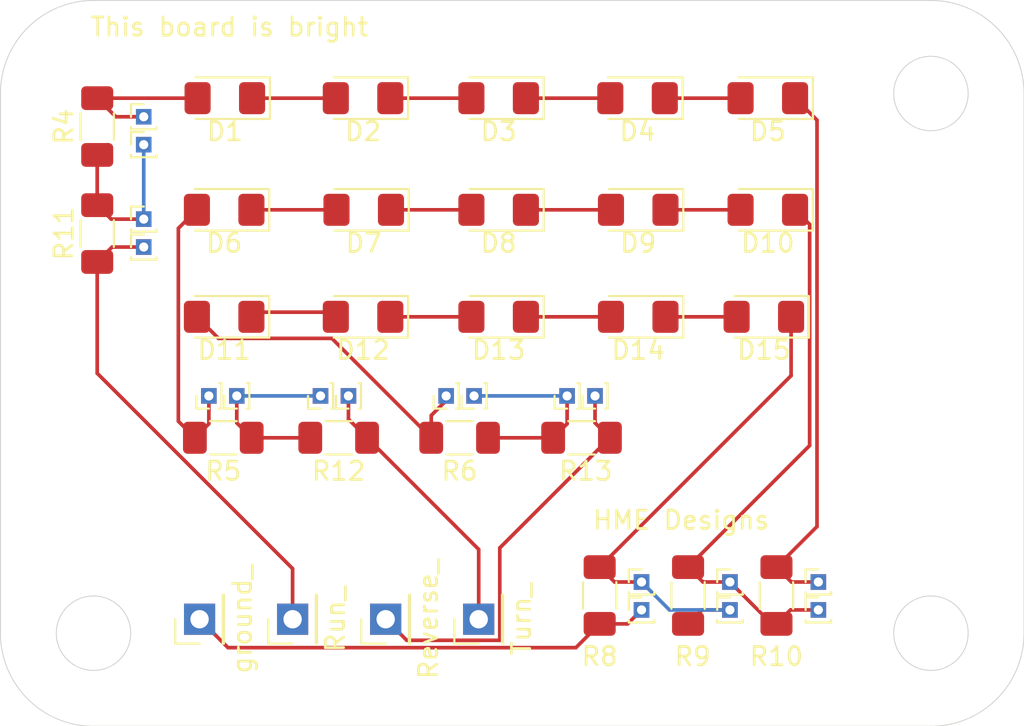
<source format=kicad_pcb>
(kicad_pcb (version 20241229) (generator "pcbnew") (generator_version "9.0")
  (title_block (title "Automotive Indicator Lights") (rev "0.0") (company "HME Engineering"))
  (layers (0 "F.Cu" signal) (2 "B.Cu" signal) (13 "F.Paste" user) (15 "B.Paste" user) (5 "F.SilkS" user "F.Silkscreen") (7 "B.SilkS" user "B.Silkscreen") (1 "F.Mask" user) (3 "B.Mask" user) (25 "Edge.Cuts" user))
  (net 0 "")
  (net 1 "Net-(D1-K)")
  (net 2 "Net-(D2-K)")
  (net 3 "Net-(D3-K)")
  (net 4 "Net-(D4-K)")
  (net 5 "Net-(D10-K)")
  (net 6 "Net-(D6-K)")
  (net 7 "Net-(D7-K)")
  (net 8 "Net-(D8-K)")
  (net 9 "Net-(D10-A)")
  (net 10 "Net-(D11-K)")
  (net 11 "Net-(D12-K)")
  (net 12 "Net-(D13-K)")
  (net 13 "Net-(D14-K)")
  (net 14 "Net-(D1-A)")
  (net 15 "Net-(D5-K)")
  (net 16 "Net-(D6-A)")
  (net 17 "Net-(D11-A)")
  (net 18 "Net-(D15-K)")
  (net 19 "Net-(R11-Pad2)")
  (net 20 "Net-(R12-Pad2)")
  (net 21 "Net-(R13-Pad2)")
  (net 22 "Net-(J13-Pin_1)")
  (net 23 "Net-(J14-Pin_1)")
  (net 24 "Net-(J15-Pin_1)")
  (net 25 "Net-(J16-Pin_1)")
  (footprint "LED_SMD:LED_1206_3216Metric_Pad1.42x1.75mm_HandSolder" (layer "F.Cu") (at 250.719 40.386 180)
    (property "Reference" "D14" (at 0 -1.82 0) (layer "F.SilkS"))
    (property "Value" "LED")
    (fp_line (start 1.6 -1.135) (end -2.46 -1.135) (stroke (width 0.12)) (layer "F.SilkS"))
    (fp_line (start -2.46 1.135) (end 1.6 1.135) (stroke (width 0.12)) (layer "F.SilkS"))
    (fp_line (start -2.46 -1.135) (end -2.46 1.135) (stroke (width 0.12)) (layer "F.SilkS"))
    (pad "1" smd roundrect (at -1.4875 0 180) (size 1.425 1.75) (layers "F.Cu" "F.Mask" "F.Paste") (roundrect_rratio 0.175439) (net 13 "Net-(D14-K)"))
    (pad "2" smd roundrect (at 1.4875 0 180) (size 1.425 1.75) (layers "F.Cu" "F.Mask" "F.Paste") (roundrect_rratio 0.175439) (net 12 "Net-(D13-K)"))
  )
  (footprint "LED_SMD:LED_1206_3216Metric_Pad1.42x1.75mm_HandSolder" (layer "F.Cu") (at 243.099 28.448 180)
    (property "Reference" "D3" (at 0 -1.82 0) (layer "F.SilkS"))
    (property "Value" "LED")
    (fp_line (start 1.6 -1.135) (end -2.46 -1.135) (stroke (width 0.12)) (layer "F.SilkS"))
    (fp_line (start -2.46 1.135) (end 1.6 1.135) (stroke (width 0.12)) (layer "F.SilkS"))
    (fp_line (start -2.46 -1.135) (end -2.46 1.135) (stroke (width 0.12)) (layer "F.SilkS"))
    (pad "1" smd roundrect (at -1.4875 0 180) (size 1.425 1.75) (layers "F.Cu" "F.Mask" "F.Paste") (roundrect_rratio 0.175439) (net 3 "Net-(D3-K)"))
    (pad "2" smd roundrect (at 1.4875 0 180) (size 1.425 1.75) (layers "F.Cu" "F.Mask" "F.Paste") (roundrect_rratio 0.175439) (net 2 "Net-(D2-K)"))
  )
  (footprint "Connector_PinHeader_1.00mm:PinHeader_1x01_P1.00mm_Vertical" (layer "F.Cu") (at 255.726 54.864)
    (property "Reference" "REF**" (hide yes))
    (property "Value" "PinHeader_1x01_P1.00mm_Vertical" (hide yes))
    (fp_line (start -0.695 -0.685) (end 0 -0.685) (stroke (width 0.12)) (layer "F.SilkS"))
    (fp_line (start -0.695 0) (end -0.695 -0.685) (stroke (width 0.12)) (layer "F.SilkS"))
    (fp_line (start -0.695 0.685) (end -0.695 0.56) (stroke (width 0.12)) (layer "F.SilkS"))
    (fp_line (start -0.695 0.685) (end -0.608276 0.685) (stroke (width 0.12)) (layer "F.SilkS"))
    (fp_line (start -0.695 0.685) (end 0.695 0.685) (stroke (width 0.12)) (layer "F.SilkS"))
    (fp_line (start 0.608276 0.685) (end 0.695 0.685) (stroke (width 0.12)) (layer "F.SilkS"))
    (fp_line (start 0.695 0.685) (end 0.695 0.56) (stroke (width 0.12)) (layer "F.SilkS"))
    (pad "1" thru_hole rect (at 0 0) (size 0.85 0.85) (drill 0.5) (layers "*.Cu" "*.Mask") (net 5 "Net-(D10-K)"))
  )
  (footprint "LED_SMD:LED_1206_3216Metric_Pad1.42x1.75mm_HandSolder" (layer "F.Cu") (at 235.6965 28.448 180)
    (property "Reference" "D2" (at 0 -1.82 0) (layer "F.SilkS"))
    (property "Value" "LED")
    (fp_line (start 1.6 -1.135) (end -2.46 -1.135) (stroke (width 0.12)) (layer "F.SilkS"))
    (fp_line (start -2.46 1.135) (end 1.6 1.135) (stroke (width 0.12)) (layer "F.SilkS"))
    (fp_line (start -2.46 -1.135) (end -2.46 1.135) (stroke (width 0.12)) (layer "F.SilkS"))
    (pad "1" smd roundrect (at -1.4875 0 180) (size 1.425 1.75) (layers "F.Cu" "F.Mask" "F.Paste") (roundrect_rratio 0.175439) (net 2 "Net-(D2-K)"))
    (pad "2" smd roundrect (at 1.4875 0 180) (size 1.425 1.75) (layers "F.Cu" "F.Mask" "F.Paste") (roundrect_rratio 0.175439) (net 1 "Net-(D1-K)"))
  )
  (footprint "Connector_PinHeader_1.00mm:PinHeader_1x01_P1.00mm_Vertical" (layer "F.Cu") (at 260.552 54.864)
    (property "Reference" "REF**" (hide yes))
    (property "Value" "PinHeader_1x01_P1.00mm_Vertical" (hide yes))
    (fp_line (start -0.695 -0.685) (end 0 -0.685) (stroke (width 0.12)) (layer "F.SilkS"))
    (fp_line (start -0.695 0) (end -0.695 -0.685) (stroke (width 0.12)) (layer "F.SilkS"))
    (fp_line (start -0.695 0.685) (end -0.695 0.56) (stroke (width 0.12)) (layer "F.SilkS"))
    (fp_line (start -0.695 0.685) (end -0.608276 0.685) (stroke (width 0.12)) (layer "F.SilkS"))
    (fp_line (start -0.695 0.685) (end 0.695 0.685) (stroke (width 0.12)) (layer "F.SilkS"))
    (fp_line (start 0.608276 0.685) (end 0.695 0.685) (stroke (width 0.12)) (layer "F.SilkS"))
    (fp_line (start 0.695 0.685) (end 0.695 0.56) (stroke (width 0.12)) (layer "F.SilkS"))
    (pad "1" thru_hole rect (at 0 0) (size 0.85 0.85) (drill 0.5) (layers "*.Cu" "*.Mask") (net 15 "Net-(D5-K)"))
  )
  (footprint "Connector_PinHeader_1.00mm:PinHeader_1x01_P1.00mm_Vertical" (layer "F.Cu") (at 250.9 54.864)
    (property "Reference" "REF**" (hide yes))
    (property "Value" "PinHeader_1x01_P1.00mm_Vertical" (hide yes))
    (fp_line (start -0.695 -0.685) (end 0 -0.685) (stroke (width 0.12)) (layer "F.SilkS"))
    (fp_line (start -0.695 0) (end -0.695 -0.685) (stroke (width 0.12)) (layer "F.SilkS"))
    (fp_line (start -0.695 0.685) (end -0.695 0.56) (stroke (width 0.12)) (layer "F.SilkS"))
    (fp_line (start -0.695 0.685) (end -0.608276 0.685) (stroke (width 0.12)) (layer "F.SilkS"))
    (fp_line (start -0.695 0.685) (end 0.695 0.685) (stroke (width 0.12)) (layer "F.SilkS"))
    (fp_line (start 0.608276 0.685) (end 0.695 0.685) (stroke (width 0.12)) (layer "F.SilkS"))
    (fp_line (start 0.695 0.685) (end 0.695 0.56) (stroke (width 0.12)) (layer "F.SilkS"))
    (pad "1" thru_hole rect (at 0 0) (size 0.85 0.85) (drill 0.5) (layers "*.Cu" "*.Mask") (net 18 "Net-(D15-K)"))
  )
  (footprint "Connector_PinHeader_1.00mm:PinHeader_1x01_P1.00mm_Vertical" (layer "F.Cu") (at 228.802 44.704 90)
    (property "Reference" "REF**" (hide yes))
    (property "Value" "PinHeader_1x01_P1.00mm_Vertical" (hide yes))
    (fp_line (start -0.695 -0.685) (end 0 -0.685) (stroke (width 0.12)) (layer "F.SilkS"))
    (fp_line (start -0.695 0) (end -0.695 -0.685) (stroke (width 0.12)) (layer "F.SilkS"))
    (fp_line (start 0.695 0.685) (end 0.695 0.56) (stroke (width 0.12)) (layer "F.SilkS"))
    (fp_line (start 0.608276 0.685) (end 0.695 0.685) (stroke (width 0.12)) (layer "F.SilkS"))
    (fp_line (start -0.695 0.685) (end -0.695 0.56) (stroke (width 0.12)) (layer "F.SilkS"))
    (fp_line (start -0.695 0.685) (end 0.695 0.685) (stroke (width 0.12)) (layer "F.SilkS"))
    (fp_line (start -0.695 0.685) (end -0.608276 0.685) (stroke (width 0.12)) (layer "F.SilkS"))
    (pad "1" thru_hole rect (at 0 0 90) (size 0.85 0.85) (drill 0.5) (layers "*.Cu" "*.Mask") (net 20 "Net-(R12-Pad2)"))
  )
  (footprint "Connector_PinHeader_1.00mm:PinHeader_1x01_P1.00mm_Vertical" (layer "F.Cu") (at 223.722 29.464)
    (property "Reference" "REF**" (hide yes))
    (property "Value" "PinHeader_1x01_P1.00mm_Vertical" (hide yes))
    (fp_line (start -0.695 -0.685) (end 0 -0.685) (stroke (width 0.12)) (layer "F.SilkS"))
    (fp_line (start -0.695 0) (end -0.695 -0.685) (stroke (width 0.12)) (layer "F.SilkS"))
    (fp_line (start -0.695 0.685) (end -0.695 0.56) (stroke (width 0.12)) (layer "F.SilkS"))
    (fp_line (start -0.695 0.685) (end -0.608276 0.685) (stroke (width 0.12)) (layer "F.SilkS"))
    (fp_line (start -0.695 0.685) (end 0.695 0.685) (stroke (width 0.12)) (layer "F.SilkS"))
    (fp_line (start 0.608276 0.685) (end 0.695 0.685) (stroke (width 0.12)) (layer "F.SilkS"))
    (fp_line (start 0.695 0.685) (end 0.695 0.56) (stroke (width 0.12)) (layer "F.SilkS"))
    (pad "1" thru_hole rect (at 0 0) (size 0.85 0.85) (drill 0.5) (layers "*.Cu" "*.Mask") (net 14 "Net-(D1-A)"))
  )
  (footprint "Resistor_SMD:R_1206_3216Metric_Pad1.30x1.75mm_HandSolder" (layer "F.Cu") (at 234.364 46.99 180)
    (property "Reference" "R12" (at 0 -1.82 0) (layer "F.SilkS"))
    (property "Value" "330" (hide yes))
    (fp_line (start -0.727064 0.91) (end 0.727064 0.91) (stroke (width 0.12)) (layer "F.SilkS"))
    (fp_line (start -0.727064 -0.91) (end 0.727064 -0.91) (stroke (width 0.12)) (layer "F.SilkS"))
    (pad "1" smd roundrect (at -1.55 0 180) (size 1.3 1.75) (layers "F.Cu" "F.Mask" "F.Paste") (roundrect_rratio 0.192308) (net 23 "Net-(J14-Pin_1)"))
    (pad "2" smd roundrect (at 1.55 0 180) (size 1.3 1.75) (layers "F.Cu" "F.Mask" "F.Paste") (roundrect_rratio 0.192308) (net 20 "Net-(R12-Pad2)"))
  )
  (footprint "Resistor_SMD:R_1206_3216Metric_Pad1.30x1.75mm_HandSolder" (layer "F.Cu") (at 247.624 46.99 180)
    (property "Reference" "R13" (at -0.228 -1.82 0) (layer "F.SilkS"))
    (property "Value" "330" (hide yes))
    (fp_line (start -0.727064 0.91) (end 0.727064 0.91) (stroke (width 0.12)) (layer "F.SilkS"))
    (fp_line (start -0.727064 -0.91) (end 0.727064 -0.91) (stroke (width 0.12)) (layer "F.SilkS"))
    (pad "1" smd roundrect (at -1.55 0 180) (size 1.3 1.75) (layers "F.Cu" "F.Mask" "F.Paste") (roundrect_rratio 0.192308) (net 24 "Net-(J15-Pin_1)"))
    (pad "2" smd roundrect (at 1.55 0 180) (size 1.3 1.75) (layers "F.Cu" "F.Mask" "F.Paste") (roundrect_rratio 0.192308) (net 21 "Net-(R13-Pad2)"))
  )
  (footprint "LED_SMD:LED_1206_3216Metric_Pad1.42x1.75mm_HandSolder" (layer "F.Cu") (at 228.113 40.386 180)
    (property "Reference" "D11" (at 0 -1.82 0) (layer "F.SilkS"))
    (property "Value" "LED")
    (fp_line (start 1.6 -1.135) (end -2.46 -1.135) (stroke (width 0.12)) (layer "F.SilkS"))
    (fp_line (start -2.46 1.135) (end 1.6 1.135) (stroke (width 0.12)) (layer "F.SilkS"))
    (fp_line (start -2.46 -1.135) (end -2.46 1.135) (stroke (width 0.12)) (layer "F.SilkS"))
    (pad "1" smd roundrect (at -1.4875 0 180) (size 1.425 1.75) (layers "F.Cu" "F.Mask" "F.Paste") (roundrect_rratio 0.175439) (net 10 "Net-(D11-K)"))
    (pad "2" smd roundrect (at 1.4875 0 180) (size 1.425 1.75) (layers "F.Cu" "F.Mask" "F.Paste") (roundrect_rratio 0.175439) (net 17 "Net-(D11-A)"))
  )
  (footprint "Connector_PinHeader_1.00mm:PinHeader_1x01_P1.00mm_Vertical" (layer "F.Cu") (at 233.374 44.704 90)
    (property "Reference" "REF**" (hide yes))
    (property "Value" "PinHeader_1x01_P1.00mm_Vertical" (hide yes))
    (fp_line (start -0.695 -0.685) (end 0 -0.685) (stroke (width 0.12)) (layer "F.SilkS"))
    (fp_line (start -0.695 0) (end -0.695 -0.685) (stroke (width 0.12)) (layer "F.SilkS"))
    (fp_line (start 0.695 0.685) (end 0.695 0.56) (stroke (width 0.12)) (layer "F.SilkS"))
    (fp_line (start 0.608276 0.685) (end 0.695 0.685) (stroke (width 0.12)) (layer "F.SilkS"))
    (fp_line (start -0.695 0.685) (end -0.695 0.56) (stroke (width 0.12)) (layer "F.SilkS"))
    (fp_line (start -0.695 0.685) (end 0.695 0.685) (stroke (width 0.12)) (layer "F.SilkS"))
    (fp_line (start -0.695 0.685) (end -0.608276 0.685) (stroke (width 0.12)) (layer "F.SilkS"))
    (pad "1" thru_hole rect (at 0 0 90) (size 0.85 0.85) (drill 0.5) (layers "*.Cu" "*.Mask") (net 20 "Net-(R12-Pad2)"))
  )
  (footprint "Connector_PinHeader_1.00mm:PinHeader_1x01_P1.00mm_Vertical" (layer "F.Cu") (at 241.756 44.704 90)
    (property "Reference" "REF**" (hide yes))
    (property "Value" "PinHeader_1x01_P1.00mm_Vertical" (hide yes))
    (fp_line (start -0.695 -0.685) (end 0 -0.685) (stroke (width 0.12)) (layer "F.SilkS"))
    (fp_line (start -0.695 0) (end -0.695 -0.685) (stroke (width 0.12)) (layer "F.SilkS"))
    (fp_line (start 0.695 0.685) (end 0.695 0.56) (stroke (width 0.12)) (layer "F.SilkS"))
    (fp_line (start 0.608276 0.685) (end 0.695 0.685) (stroke (width 0.12)) (layer "F.SilkS"))
    (fp_line (start -0.695 0.685) (end -0.695 0.56) (stroke (width 0.12)) (layer "F.SilkS"))
    (fp_line (start -0.695 0.685) (end 0.695 0.685) (stroke (width 0.12)) (layer "F.SilkS"))
    (fp_line (start -0.695 0.685) (end -0.608276 0.685) (stroke (width 0.12)) (layer "F.SilkS"))
    (pad "1" thru_hole rect (at 0 0 90) (size 0.85 0.85) (drill 0.5) (layers "*.Cu" "*.Mask") (net 21 "Net-(R13-Pad2)"))
  )
  (footprint "Connector_PinHeader_1.00mm:PinHeader_1x01_P1.00mm_Vertical" (layer "F.Cu") (at 227.278 44.704 90)
    (property "Reference" "REF**" (hide yes))
    (property "Value" "PinHeader_1x01_P1.00mm_Vertical" (hide yes))
    (fp_line (start -0.695 -0.685) (end 0 -0.685) (stroke (width 0.12)) (layer "F.SilkS"))
    (fp_line (start -0.695 0) (end -0.695 -0.685) (stroke (width 0.12)) (layer "F.SilkS"))
    (fp_line (start 0.695 0.685) (end 0.695 0.56) (stroke (width 0.12)) (layer "F.SilkS"))
    (fp_line (start 0.608276 0.685) (end 0.695 0.685) (stroke (width 0.12)) (layer "F.SilkS"))
    (fp_line (start -0.695 0.685) (end -0.695 0.56) (stroke (width 0.12)) (layer "F.SilkS"))
    (fp_line (start -0.695 0.685) (end 0.695 0.685) (stroke (width 0.12)) (layer "F.SilkS"))
    (fp_line (start -0.695 0.685) (end -0.608276 0.685) (stroke (width 0.12)) (layer "F.SilkS"))
    (pad "1" thru_hole rect (at 0 0 90) (size 0.85 0.85) (drill 0.5) (layers "*.Cu" "*.Mask") (net 16 "Net-(D6-A)"))
  )
  (footprint "Connector_PinHeader_1.00mm:PinHeader_1x01_P1.00mm_Vertical" (layer "F.Cu") (at 248.36 44.704 90)
    (property "Reference" "REF**" (hide yes))
    (property "Value" "PinHeader_1x01_P1.00mm_Vertical" (hide yes))
    (fp_line (start -0.695 -0.685) (end 0 -0.685) (stroke (width 0.12)) (layer "F.SilkS"))
    (fp_line (start -0.695 0) (end -0.695 -0.685) (stroke (width 0.12)) (layer "F.SilkS"))
    (fp_line (start 0.695 0.685) (end 0.695 0.56) (stroke (width 0.12)) (layer "F.SilkS"))
    (fp_line (start 0.608276 0.685) (end 0.695 0.685) (stroke (width 0.12)) (layer "F.SilkS"))
    (fp_line (start -0.695 0.685) (end -0.695 0.56) (stroke (width 0.12)) (layer "F.SilkS"))
    (fp_line (start -0.695 0.685) (end 0.695 0.685) (stroke (width 0.12)) (layer "F.SilkS"))
    (fp_line (start -0.695 0.685) (end -0.608276 0.685) (stroke (width 0.12)) (layer "F.SilkS"))
    (pad "1" thru_hole rect (at 0 0 90) (size 0.85 0.85) (drill 0.5) (layers "*.Cu" "*.Mask") (net 24 "Net-(J15-Pin_1)"))
  )
  (footprint "Connector_PinHeader_1.00mm:PinHeader_1x01_P1.00mm_Vertical" (layer "F.Cu") (at 223.722 35.052)
    (property "Reference" "REF**" (hide yes))
    (property "Value" "PinHeader_1x01_P1.00mm_Vertical" (hide yes))
    (fp_line (start -0.695 -0.685) (end 0 -0.685) (stroke (width 0.12)) (layer "F.SilkS"))
    (fp_line (start -0.695 0) (end -0.695 -0.685) (stroke (width 0.12)) (layer "F.SilkS"))
    (fp_line (start -0.695 0.685) (end -0.695 0.56) (stroke (width 0.12)) (layer "F.SilkS"))
    (fp_line (start -0.695 0.685) (end -0.608276 0.685) (stroke (width 0.12)) (layer "F.SilkS"))
    (fp_line (start -0.695 0.685) (end 0.695 0.685) (stroke (width 0.12)) (layer "F.SilkS"))
    (fp_line (start 0.608276 0.685) (end 0.695 0.685) (stroke (width 0.12)) (layer "F.SilkS"))
    (fp_line (start 0.695 0.685) (end 0.695 0.56) (stroke (width 0.12)) (layer "F.SilkS"))
    (pad "1" thru_hole rect (at 0 0) (size 0.85 0.85) (drill 0.5) (layers "*.Cu" "*.Mask") (net 19 "Net-(R11-Pad2)"))
  )
  (footprint "Resistor_SMD:R_1206_3216Metric_Pad1.30x1.75mm_HandSolder" (layer "F.Cu") (at 253.44 55.6 90)
    (property "Reference" "R9" (at -3.328 0.254 180) (layer "F.SilkS"))
    (property "Value" "330" (hide yes))
    (fp_line (start -0.727064 -0.91) (end 0.727064 -0.91) (stroke (width 0.12)) (layer "F.SilkS"))
    (fp_line (start -0.727064 0.91) (end 0.727064 0.91) (stroke (width 0.12)) (layer "F.SilkS"))
    (pad "1" smd roundrect (at -1.55 0 90) (size 1.3 1.75) (layers "F.Cu" "F.Mask" "F.Paste") (roundrect_rratio 0.192308) (net 18 "Net-(D15-K)"))
    (pad "2" smd roundrect (at 1.55 0 90) (size 1.3 1.75) (layers "F.Cu" "F.Mask" "F.Paste") (roundrect_rratio 0.192308) (net 5 "Net-(D10-K)"))
  )
  (footprint "LED_SMD:LED_1206_3216Metric_Pad1.42x1.75mm_HandSolder" (layer "F.Cu") (at 243.099 40.386 180)
    (property "Reference" "D13" (at 0 -1.82 0) (layer "F.SilkS"))
    (property "Value" "LED")
    (fp_line (start 1.6 -1.135) (end -2.46 -1.135) (stroke (width 0.12)) (layer "F.SilkS"))
    (fp_line (start -2.46 1.135) (end 1.6 1.135) (stroke (width 0.12)) (layer "F.SilkS"))
    (fp_line (start -2.46 -1.135) (end -2.46 1.135) (stroke (width 0.12)) (layer "F.SilkS"))
    (pad "1" smd roundrect (at -1.4875 0 180) (size 1.425 1.75) (layers "F.Cu" "F.Mask" "F.Paste") (roundrect_rratio 0.175439) (net 12 "Net-(D13-K)"))
    (pad "2" smd roundrect (at 1.4875 0 180) (size 1.425 1.75) (layers "F.Cu" "F.Mask" "F.Paste") (roundrect_rratio 0.175439) (net 11 "Net-(D12-K)"))
  )
  (footprint "Resistor_SMD:R_1206_3216Metric_Pad1.30x1.75mm_HandSolder" (layer "F.Cu") (at 228.066 46.99 180)
    (property "Reference" "R5" (at 0 -1.82 0) (layer "F.SilkS"))
    (property "Value" "330" (hide yes))
    (fp_line (start -0.727064 0.91) (end 0.727064 0.91) (stroke (width 0.12)) (layer "F.SilkS"))
    (fp_line (start -0.727064 -0.91) (end 0.727064 -0.91) (stroke (width 0.12)) (layer "F.SilkS"))
    (pad "1" smd roundrect (at -1.55 0 180) (size 1.3 1.75) (layers "F.Cu" "F.Mask" "F.Paste") (roundrect_rratio 0.192308) (net 20 "Net-(R12-Pad2)"))
    (pad "2" smd roundrect (at 1.55 0 180) (size 1.3 1.75) (layers "F.Cu" "F.Mask" "F.Paste") (roundrect_rratio 0.192308) (net 16 "Net-(D6-A)"))
  )
  (footprint "LED_SMD:LED_1206_3216Metric_Pad1.42x1.75mm_HandSolder" (layer "F.Cu") (at 250.719 34.544 180)
    (property "Reference" "D9" (at 0 -1.82 0) (layer "F.SilkS"))
    (property "Value" "LED")
    (fp_line (start 1.6 -1.135) (end -2.46 -1.135) (stroke (width 0.12)) (layer "F.SilkS"))
    (fp_line (start -2.46 1.135) (end 1.6 1.135) (stroke (width 0.12)) (layer "F.SilkS"))
    (fp_line (start -2.46 -1.135) (end -2.46 1.135) (stroke (width 0.12)) (layer "F.SilkS"))
    (pad "1" smd roundrect (at -1.4875 0 180) (size 1.425 1.75) (layers "F.Cu" "F.Mask" "F.Paste") (roundrect_rratio 0.175439) (net 9 "Net-(D10-A)"))
    (pad "2" smd roundrect (at 1.4875 0 180) (size 1.425 1.75) (layers "F.Cu" "F.Mask" "F.Paste") (roundrect_rratio 0.175439) (net 8 "Net-(D8-K)"))
  )
  (footprint "Resistor_SMD:R_1206_3216Metric_Pad1.30x1.75mm_HandSolder" (layer "F.Cu") (at 221.182 35.84 90)
    (property "Reference" "R11" (at 0 -1.82 90) (layer "F.SilkS"))
    (property "Value" "330" (hide yes))
    (fp_line (start -0.727064 -0.91) (end 0.727064 -0.91) (stroke (width 0.12)) (layer "F.SilkS"))
    (fp_line (start -0.727064 0.91) (end 0.727064 0.91) (stroke (width 0.12)) (layer "F.SilkS"))
    (pad "1" smd roundrect (at -1.55 0 90) (size 1.3 1.75) (layers "F.Cu" "F.Mask" "F.Paste") (roundrect_rratio 0.192308) (net 22 "Net-(J13-Pin_1)"))
    (pad "2" smd roundrect (at 1.55 0 90) (size 1.3 1.75) (layers "F.Cu" "F.Mask" "F.Paste") (roundrect_rratio 0.192308) (net 19 "Net-(R11-Pad2)"))
  )
  (footprint "Resistor_SMD:R_1206_3216Metric_Pad1.30x1.75mm_HandSolder" (layer "F.Cu") (at 248.614 55.6 90)
    (property "Reference" "R8" (at -3.328 0 180) (layer "F.SilkS"))
    (property "Value" "330" (hide yes))
    (fp_line (start -0.727064 -0.91) (end 0.727064 -0.91) (stroke (width 0.12)) (layer "F.SilkS"))
    (fp_line (start -0.727064 0.91) (end 0.727064 0.91) (stroke (width 0.12)) (layer "F.SilkS"))
    (pad "1" smd roundrect (at -1.55 0 90) (size 1.3 1.75) (layers "F.Cu" "F.Mask" "F.Paste") (roundrect_rratio 0.192308) (net 25 "Net-(J16-Pin_1)"))
    (pad "2" smd roundrect (at 1.55 0 90) (size 1.3 1.75) (layers "F.Cu" "F.Mask" "F.Paste") (roundrect_rratio 0.192308) (net 18 "Net-(D15-K)"))
  )
  (footprint "Connector_PinHeader_1.00mm:PinHeader_1x01_P1.00mm_Vertical" (layer "F.Cu") (at 234.898 44.704 90)
    (property "Reference" "REF**" (hide yes))
    (property "Value" "PinHeader_1x01_P1.00mm_Vertical" (hide yes))
    (fp_line (start -0.695 -0.685) (end 0 -0.685) (stroke (width 0.12)) (layer "F.SilkS"))
    (fp_line (start -0.695 0) (end -0.695 -0.685) (stroke (width 0.12)) (layer "F.SilkS"))
    (fp_line (start 0.695 0.685) (end 0.695 0.56) (stroke (width 0.12)) (layer "F.SilkS"))
    (fp_line (start 0.608276 0.685) (end 0.695 0.685) (stroke (width 0.12)) (layer "F.SilkS"))
    (fp_line (start -0.695 0.685) (end -0.695 0.56) (stroke (width 0.12)) (layer "F.SilkS"))
    (fp_line (start -0.695 0.685) (end 0.695 0.685) (stroke (width 0.12)) (layer "F.SilkS"))
    (fp_line (start -0.695 0.685) (end -0.608276 0.685) (stroke (width 0.12)) (layer "F.SilkS"))
    (pad "1" thru_hole rect (at 0 0 90) (size 0.85 0.85) (drill 0.5) (layers "*.Cu" "*.Mask") (net 23 "Net-(J14-Pin_1)"))
  )
  (footprint "Resistor_SMD:R_1206_3216Metric_Pad1.30x1.75mm_HandSolder" (layer "F.Cu") (at 258.266 55.6 90)
    (property "Reference" "R10" (at -3.328 0 180) (layer "F.SilkS"))
    (property "Value" "330" (hide yes))
    (fp_line (start -0.727064 -0.91) (end 0.727064 -0.91) (stroke (width 0.12)) (layer "F.SilkS"))
    (fp_line (start -0.727064 0.91) (end 0.727064 0.91) (stroke (width 0.12)) (layer "F.SilkS"))
    (pad "1" smd roundrect (at -1.55 0 90) (size 1.3 1.75) (layers "F.Cu" "F.Mask" "F.Paste") (roundrect_rratio 0.192308) (net 5 "Net-(D10-K)"))
    (pad "2" smd roundrect (at 1.55 0 90) (size 1.3 1.75) (layers "F.Cu" "F.Mask" "F.Paste") (roundrect_rratio 0.192308) (net 15 "Net-(D5-K)"))
  )
  (footprint "Connector_PinHeader_1.00mm:PinHeader_1x01_P1.00mm_Vertical" (layer "F.Cu") (at 223.722 36.576)
    (property "Reference" "REF**" (hide yes))
    (property "Value" "PinHeader_1x01_P1.00mm_Vertical" (hide yes))
    (fp_line (start -0.695 -0.685) (end 0 -0.685) (stroke (width 0.12)) (layer "F.SilkS"))
    (fp_line (start -0.695 0) (end -0.695 -0.685) (stroke (width 0.12)) (layer "F.SilkS"))
    (fp_line (start -0.695 0.685) (end -0.695 0.56) (stroke (width 0.12)) (layer "F.SilkS"))
    (fp_line (start -0.695 0.685) (end -0.608276 0.685) (stroke (width 0.12)) (layer "F.SilkS"))
    (fp_line (start -0.695 0.685) (end 0.695 0.685) (stroke (width 0.12)) (layer "F.SilkS"))
    (fp_line (start 0.608276 0.685) (end 0.695 0.685) (stroke (width 0.12)) (layer "F.SilkS"))
    (fp_line (start 0.695 0.685) (end 0.695 0.56) (stroke (width 0.12)) (layer "F.SilkS"))
    (pad "1" thru_hole rect (at 0 0) (size 0.85 0.85) (drill 0.5) (layers "*.Cu" "*.Mask") (net 22 "Net-(J13-Pin_1)"))
  )
  (footprint "Resistor_SMD:R_1206_3216Metric_Pad1.30x1.75mm_HandSolder" (layer "F.Cu") (at 240.968 46.99 180)
    (property "Reference" "R6" (at 0 -1.82 0) (layer "F.SilkS"))
    (property "Value" "330" (hide yes))
    (fp_line (start -0.727064 0.91) (end 0.727064 0.91) (stroke (width 0.12)) (layer "F.SilkS"))
    (fp_line (start -0.727064 -0.91) (end 0.727064 -0.91) (stroke (width 0.12)) (layer "F.SilkS"))
    (pad "1" smd roundrect (at -1.55 0 180) (size 1.3 1.75) (layers "F.Cu" "F.Mask" "F.Paste") (roundrect_rratio 0.192308) (net 21 "Net-(R13-Pad2)"))
    (pad "2" smd roundrect (at 1.55 0 180) (size 1.3 1.75) (layers "F.Cu" "F.Mask" "F.Paste") (roundrect_rratio 0.192308) (net 17 "Net-(D11-A)"))
  )
  (footprint "LED_SMD:LED_1206_3216Metric_Pad1.42x1.75mm_HandSolder" (layer "F.Cu") (at 228.1495 28.448 180)
    (property "Reference" "D1" (at 0 -1.82 0) (layer "F.SilkS"))
    (property "Value" "LED")
    (fp_line (start 1.6 -1.135) (end -2.46 -1.135) (stroke (width 0.12)) (layer "F.SilkS"))
    (fp_line (start -2.46 1.135) (end 1.6 1.135) (stroke (width 0.12)) (layer "F.SilkS"))
    (fp_line (start -2.46 -1.135) (end -2.46 1.135) (stroke (width 0.12)) (layer "F.SilkS"))
    (pad "1" smd roundrect (at -1.4875 0 180) (size 1.425 1.75) (layers "F.Cu" "F.Mask" "F.Paste") (roundrect_rratio 0.175439) (net 1 "Net-(D1-K)"))
    (pad "2" smd roundrect (at 1.4875 0 180) (size 1.425 1.75) (layers "F.Cu" "F.Mask" "F.Paste") (roundrect_rratio 0.175439) (net 14 "Net-(D1-A)"))
  )
  (footprint "Connector_PinHeader_2.54mm:PinHeader_1x01_P2.54mm_Vertical" (layer "F.Cu") (at 231.85 56.896 90)
    (property "Reference" "J13" (hide yes))
    (property "Value" "Run_" (at 0 2.33 90) (layer "F.SilkS"))
    (fp_line (start -1.33 -1.33) (end 0 -1.33) (stroke (width 0.12)) (layer "F.SilkS"))
    (fp_line (start -1.33 0) (end -1.33 -1.33) (stroke (width 0.12)) (layer "F.SilkS"))
    (fp_line (start 1.33 1.27) (end 1.33 1.33) (stroke (width 0.12)) (layer "F.SilkS"))
    (fp_line (start -1.33 1.27) (end 1.33 1.27) (stroke (width 0.12)) (layer "F.SilkS"))
    (fp_line (start -1.33 1.27) (end -1.33 1.33) (stroke (width 0.12)) (layer "F.SilkS"))
    (fp_line (start -1.33 1.33) (end 1.33 1.33) (stroke (width 0.12)) (layer "F.SilkS"))
    (pad "1" thru_hole rect (at 0 0 90) (size 1.7 1.7) (drill 1) (layers "*.Cu" "*.Mask") (net 22 "Net-(J13-Pin_1)"))
  )
  (footprint "Connector_PinHeader_2.54mm:PinHeader_1x01_P2.54mm_Vertical" (layer "F.Cu") (at 242.01 56.896 90)
    (property "Reference" "J14" (hide yes))
    (property "Value" "Turn_" (at 0 2.33 90) (layer "F.SilkS"))
    (fp_line (start -1.33 -1.33) (end 0 -1.33) (stroke (width 0.12)) (layer "F.SilkS"))
    (fp_line (start -1.33 0) (end -1.33 -1.33) (stroke (width 0.12)) (layer "F.SilkS"))
    (fp_line (start 1.33 1.27) (end 1.33 1.33) (stroke (width 0.12)) (layer "F.SilkS"))
    (fp_line (start -1.33 1.27) (end 1.33 1.27) (stroke (width 0.12)) (layer "F.SilkS"))
    (fp_line (start -1.33 1.27) (end -1.33 1.33) (stroke (width 0.12)) (layer "F.SilkS"))
    (fp_line (start -1.33 1.33) (end 1.33 1.33) (stroke (width 0.12)) (layer "F.SilkS"))
    (pad "1" thru_hole rect (at 0 0 90) (size 1.7 1.7) (drill 1) (layers "*.Cu" "*.Mask") (net 23 "Net-(J14-Pin_1)"))
  )
  (footprint "LED_SMD:LED_1206_3216Metric_Pad1.42x1.75mm_HandSolder" (layer "F.Cu") (at 235.6965 40.386 180)
    (property "Reference" "D12" (at 0 -1.82 0) (layer "F.SilkS"))
    (property "Value" "LED")
    (fp_line (start 1.6 -1.135) (end -2.46 -1.135) (stroke (width 0.12)) (layer "F.SilkS"))
    (fp_line (start -2.46 1.135) (end 1.6 1.135) (stroke (width 0.12)) (layer "F.SilkS"))
    (fp_line (start -2.46 -1.135) (end -2.46 1.135) (stroke (width 0.12)) (layer "F.SilkS"))
    (pad "1" smd roundrect (at -1.4875 0 180) (size 1.425 1.75) (layers "F.Cu" "F.Mask" "F.Paste") (roundrect_rratio 0.175439) (net 11 "Net-(D12-K)"))
    (pad "2" smd roundrect (at 1.4875 0 180) (size 1.425 1.75) (layers "F.Cu" "F.Mask" "F.Paste") (roundrect_rratio 0.175439) (net 10 "Net-(D11-K)"))
  )
  (footprint "LED_SMD:LED_1206_3216Metric_Pad1.42x1.75mm_HandSolder" (layer "F.Cu") (at 243.099 34.544 180)
    (property "Reference" "D8" (at 0 -1.82 0) (layer "F.SilkS"))
    (property "Value" "LED")
    (fp_line (start 1.6 -1.135) (end -2.46 -1.135) (stroke (width 0.12)) (layer "F.SilkS"))
    (fp_line (start -2.46 1.135) (end 1.6 1.135) (stroke (width 0.12)) (layer "F.SilkS"))
    (fp_line (start -2.46 -1.135) (end -2.46 1.135) (stroke (width 0.12)) (layer "F.SilkS"))
    (pad "1" smd roundrect (at -1.4875 0 180) (size 1.425 1.75) (layers "F.Cu" "F.Mask" "F.Paste") (roundrect_rratio 0.175439) (net 8 "Net-(D8-K)"))
    (pad "2" smd roundrect (at 1.4875 0 180) (size 1.425 1.75) (layers "F.Cu" "F.Mask" "F.Paste") (roundrect_rratio 0.175439) (net 7 "Net-(D7-K)"))
  )
  (footprint "Connector_PinHeader_1.00mm:PinHeader_1x01_P1.00mm_Vertical" (layer "F.Cu") (at 246.836 44.704 90)
    (property "Reference" "REF**" (hide yes))
    (property "Value" "PinHeader_1x01_P1.00mm_Vertical" (hide yes))
    (fp_line (start -0.695 -0.685) (end 0 -0.685) (stroke (width 0.12)) (layer "F.SilkS"))
    (fp_line (start -0.695 0) (end -0.695 -0.685) (stroke (width 0.12)) (layer "F.SilkS"))
    (fp_line (start 0.695 0.685) (end 0.695 0.56) (stroke (width 0.12)) (layer "F.SilkS"))
    (fp_line (start 0.608276 0.685) (end 0.695 0.685) (stroke (width 0.12)) (layer "F.SilkS"))
    (fp_line (start -0.695 0.685) (end -0.695 0.56) (stroke (width 0.12)) (layer "F.SilkS"))
    (fp_line (start -0.695 0.685) (end 0.695 0.685) (stroke (width 0.12)) (layer "F.SilkS"))
    (fp_line (start -0.695 0.685) (end -0.608276 0.685) (stroke (width 0.12)) (layer "F.SilkS"))
    (pad "1" thru_hole rect (at 0 0 90) (size 0.85 0.85) (drill 0.5) (layers "*.Cu" "*.Mask") (net 21 "Net-(R13-Pad2)"))
  )
  (footprint "Connector_PinHeader_2.54mm:PinHeader_1x01_P2.54mm_Vertical" (layer "F.Cu") (at 236.93 56.896 90)
    (property "Reference" "J15" (hide yes))
    (property "Value" "Reverse_" (at 0 2.33 90) (layer "F.SilkS"))
    (fp_line (start -1.33 -1.33) (end 0 -1.33) (stroke (width 0.12)) (layer "F.SilkS"))
    (fp_line (start -1.33 0) (end -1.33 -1.33) (stroke (width 0.12)) (layer "F.SilkS"))
    (fp_line (start 1.33 1.27) (end 1.33 1.33) (stroke (width 0.12)) (layer "F.SilkS"))
    (fp_line (start -1.33 1.27) (end 1.33 1.27) (stroke (width 0.12)) (layer "F.SilkS"))
    (fp_line (start -1.33 1.27) (end -1.33 1.33) (stroke (width 0.12)) (layer "F.SilkS"))
    (fp_line (start -1.33 1.33) (end 1.33 1.33) (stroke (width 0.12)) (layer "F.SilkS"))
    (pad "1" thru_hole rect (at 0 0 90) (size 1.7 1.7) (drill 1) (layers "*.Cu" "*.Mask") (net 24 "Net-(J15-Pin_1)"))
  )
  (footprint "LED_SMD:LED_1206_3216Metric_Pad1.42x1.75mm_HandSolder" (layer "F.Cu") (at 250.6825 28.448 180)
    (property "Reference" "D4" (at 0 -1.82 0) (layer "F.SilkS"))
    (property "Value" "LED")
    (fp_line (start 1.6 -1.135) (end -2.46 -1.135) (stroke (width 0.12)) (layer "F.SilkS"))
    (fp_line (start -2.46 1.135) (end 1.6 1.135) (stroke (width 0.12)) (layer "F.SilkS"))
    (fp_line (start -2.46 -1.135) (end -2.46 1.135) (stroke (width 0.12)) (layer "F.SilkS"))
    (pad "1" smd roundrect (at -1.4875 0 180) (size 1.425 1.75) (layers "F.Cu" "F.Mask" "F.Paste") (roundrect_rratio 0.175439) (net 4 "Net-(D4-K)"))
    (pad "2" smd roundrect (at 1.4875 0 180) (size 1.425 1.75) (layers "F.Cu" "F.Mask" "F.Paste") (roundrect_rratio 0.175439) (net 3 "Net-(D3-K)"))
  )
  (footprint "Connector_PinHeader_1.00mm:PinHeader_1x01_P1.00mm_Vertical" (layer "F.Cu") (at 260.552 56.388)
    (property "Reference" "REF**" (hide yes))
    (property "Value" "PinHeader_1x01_P1.00mm_Vertical" (hide yes))
    (fp_line (start -0.695 -0.685) (end 0 -0.685) (stroke (width 0.12)) (layer "F.SilkS"))
    (fp_line (start -0.695 0) (end -0.695 -0.685) (stroke (width 0.12)) (layer "F.SilkS"))
    (fp_line (start -0.695 0.685) (end -0.695 0.56) (stroke (width 0.12)) (layer "F.SilkS"))
    (fp_line (start -0.695 0.685) (end -0.608276 0.685) (stroke (width 0.12)) (layer "F.SilkS"))
    (fp_line (start -0.695 0.685) (end 0.695 0.685) (stroke (width 0.12)) (layer "F.SilkS"))
    (fp_line (start 0.608276 0.685) (end 0.695 0.685) (stroke (width 0.12)) (layer "F.SilkS"))
    (fp_line (start 0.695 0.685) (end 0.695 0.56) (stroke (width 0.12)) (layer "F.SilkS"))
    (pad "1" thru_hole rect (at 0 0) (size 0.85 0.85) (drill 0.5) (layers "*.Cu" "*.Mask") (net 5 "Net-(D10-K)"))
  )
  (footprint "LED_SMD:LED_1206_3216Metric_Pad1.42x1.75mm_HandSolder" (layer "F.Cu") (at 257.7945 34.544 180)
    (property "Reference" "D10" (at 0 -1.82 0) (layer "F.SilkS"))
    (property "Value" "LED")
    (fp_line (start 1.6 -1.135) (end -2.46 -1.135) (stroke (width 0.12)) (layer "F.SilkS"))
    (fp_line (start -2.46 1.135) (end 1.6 1.135) (stroke (width 0.12)) (layer "F.SilkS"))
    (fp_line (start -2.46 -1.135) (end -2.46 1.135) (stroke (width 0.12)) (layer "F.SilkS"))
    (pad "1" smd roundrect (at -1.4875 0 180) (size 1.425 1.75) (layers "F.Cu" "F.Mask" "F.Paste") (roundrect_rratio 0.175439) (net 5 "Net-(D10-K)"))
    (pad "2" smd roundrect (at 1.4875 0 180) (size 1.425 1.75) (layers "F.Cu" "F.Mask" "F.Paste") (roundrect_rratio 0.175439) (net 9 "Net-(D10-A)"))
  )
  (footprint "Connector_PinHeader_1.00mm:PinHeader_1x01_P1.00mm_Vertical" (layer "F.Cu") (at 255.726 56.388)
    (property "Reference" "REF**" (hide yes))
    (property "Value" "PinHeader_1x01_P1.00mm_Vertical" (hide yes))
    (fp_line (start -0.695 -0.685) (end 0 -0.685) (stroke (width 0.12)) (layer "F.SilkS"))
    (fp_line (start -0.695 0) (end -0.695 -0.685) (stroke (width 0.12)) (layer "F.SilkS"))
    (fp_line (start -0.695 0.685) (end -0.695 0.56) (stroke (width 0.12)) (layer "F.SilkS"))
    (fp_line (start -0.695 0.685) (end -0.608276 0.685) (stroke (width 0.12)) (layer "F.SilkS"))
    (fp_line (start -0.695 0.685) (end 0.695 0.685) (stroke (width 0.12)) (layer "F.SilkS"))
    (fp_line (start 0.608276 0.685) (end 0.695 0.685) (stroke (width 0.12)) (layer "F.SilkS"))
    (fp_line (start 0.695 0.685) (end 0.695 0.56) (stroke (width 0.12)) (layer "F.SilkS"))
    (pad "1" thru_hole rect (at 0 0) (size 0.85 0.85) (drill 0.5) (layers "*.Cu" "*.Mask") (net 18 "Net-(D15-K)"))
  )
  (footprint "Connector_PinHeader_1.00mm:PinHeader_1x01_P1.00mm_Vertical" (layer "F.Cu") (at 240.232 44.704 90)
    (property "Reference" "REF**" (hide yes))
    (property "Value" "PinHeader_1x01_P1.00mm_Vertical" (hide yes))
    (fp_line (start -0.695 -0.685) (end 0 -0.685) (stroke (width 0.12)) (layer "F.SilkS"))
    (fp_line (start -0.695 0) (end -0.695 -0.685) (stroke (width 0.12)) (layer "F.SilkS"))
    (fp_line (start 0.695 0.685) (end 0.695 0.56) (stroke (width 0.12)) (layer "F.SilkS"))
    (fp_line (start 0.608276 0.685) (end 0.695 0.685) (stroke (width 0.12)) (layer "F.SilkS"))
    (fp_line (start -0.695 0.685) (end -0.695 0.56) (stroke (width 0.12)) (layer "F.SilkS"))
    (fp_line (start -0.695 0.685) (end 0.695 0.685) (stroke (width 0.12)) (layer "F.SilkS"))
    (fp_line (start -0.695 0.685) (end -0.608276 0.685) (stroke (width 0.12)) (layer "F.SilkS"))
    (pad "1" thru_hole rect (at 0 0 90) (size 0.85 0.85) (drill 0.5) (layers "*.Cu" "*.Mask") (net 17 "Net-(D11-A)"))
  )
  (footprint "LED_SMD:LED_1206_3216Metric_Pad1.42x1.75mm_HandSolder" (layer "F.Cu") (at 228.113 34.544 180)
    (property "Reference" "D6" (at 0 -1.82 0) (layer "F.SilkS"))
    (property "Value" "LED")
    (fp_line (start 1.6 -1.135) (end -2.46 -1.135) (stroke (width 0.12)) (layer "F.SilkS"))
    (fp_line (start -2.46 1.135) (end 1.6 1.135) (stroke (width 0.12)) (layer "F.SilkS"))
    (fp_line (start -2.46 -1.135) (end -2.46 1.135) (stroke (width 0.12)) (layer "F.SilkS"))
    (pad "1" smd roundrect (at -1.4875 0 180) (size 1.425 1.75) (layers "F.Cu" "F.Mask" "F.Paste") (roundrect_rratio 0.175439) (net 6 "Net-(D6-K)"))
    (pad "2" smd roundrect (at 1.4875 0 180) (size 1.425 1.75) (layers "F.Cu" "F.Mask" "F.Paste") (roundrect_rratio 0.175439) (net 16 "Net-(D6-A)"))
  )
  (footprint "Connector_PinHeader_2.54mm:PinHeader_1x01_P2.54mm_Vertical" (layer "F.Cu") (at 226.77 56.896 90)
    (property "Reference" "J16" (hide yes))
    (property "Value" "ground_" (at 0 2.33 90) (layer "F.SilkS"))
    (fp_line (start -1.33 -1.33) (end 0 -1.33) (stroke (width 0.12)) (layer "F.SilkS"))
    (fp_line (start -1.33 0) (end -1.33 -1.33) (stroke (width 0.12)) (layer "F.SilkS"))
    (fp_line (start 1.33 1.27) (end 1.33 1.33) (stroke (width 0.12)) (layer "F.SilkS"))
    (fp_line (start -1.33 1.27) (end 1.33 1.27) (stroke (width 0.12)) (layer "F.SilkS"))
    (fp_line (start -1.33 1.27) (end -1.33 1.33) (stroke (width 0.12)) (layer "F.SilkS"))
    (fp_line (start -1.33 1.33) (end 1.33 1.33) (stroke (width 0.12)) (layer "F.SilkS"))
    (pad "1" thru_hole rect (at 0 0 90) (size 1.7 1.7) (drill 1) (layers "*.Cu" "*.Mask") (net 25 "Net-(J16-Pin_1)"))
  )
  (footprint "Connector_PinHeader_1.00mm:PinHeader_1x01_P1.00mm_Vertical" (layer "F.Cu") (at 223.722 30.988)
    (property "Reference" "REF**" (hide yes))
    (property "Value" "PinHeader_1x01_P1.00mm_Vertical" (hide yes))
    (fp_line (start -0.695 -0.685) (end 0 -0.685) (stroke (width 0.12)) (layer "F.SilkS"))
    (fp_line (start -0.695 0) (end -0.695 -0.685) (stroke (width 0.12)) (layer "F.SilkS"))
    (fp_line (start -0.695 0.685) (end -0.695 0.56) (stroke (width 0.12)) (layer "F.SilkS"))
    (fp_line (start -0.695 0.685) (end -0.608276 0.685) (stroke (width 0.12)) (layer "F.SilkS"))
    (fp_line (start -0.695 0.685) (end 0.695 0.685) (stroke (width 0.12)) (layer "F.SilkS"))
    (fp_line (start 0.608276 0.685) (end 0.695 0.685) (stroke (width 0.12)) (layer "F.SilkS"))
    (fp_line (start 0.695 0.685) (end 0.695 0.56) (stroke (width 0.12)) (layer "F.SilkS"))
    (pad "1" thru_hole rect (at 0 0) (size 0.85 0.85) (drill 0.5) (layers "*.Cu" "*.Mask") (net 19 "Net-(R11-Pad2)"))
  )
  (footprint "Connector_PinHeader_1.00mm:PinHeader_1x01_P1.00mm_Vertical" (layer "F.Cu") (at 250.9 56.388)
    (property "Reference" "REF**" (hide yes))
    (property "Value" "PinHeader_1x01_P1.00mm_Vertical" (hide yes))
    (fp_line (start -0.695 -0.685) (end 0 -0.685) (stroke (width 0.12)) (layer "F.SilkS"))
    (fp_line (start -0.695 0) (end -0.695 -0.685) (stroke (width 0.12)) (layer "F.SilkS"))
    (fp_line (start -0.695 0.685) (end -0.695 0.56) (stroke (width 0.12)) (layer "F.SilkS"))
    (fp_line (start -0.695 0.685) (end -0.608276 0.685) (stroke (width 0.12)) (layer "F.SilkS"))
    (fp_line (start -0.695 0.685) (end 0.695 0.685) (stroke (width 0.12)) (layer "F.SilkS"))
    (fp_line (start 0.608276 0.685) (end 0.695 0.685) (stroke (width 0.12)) (layer "F.SilkS"))
    (fp_line (start 0.695 0.685) (end 0.695 0.56) (stroke (width 0.12)) (layer "F.SilkS"))
    (pad "1" thru_hole rect (at 0 0) (size 0.85 0.85) (drill 0.5) (layers "*.Cu" "*.Mask") (net 25 "Net-(J16-Pin_1)"))
  )
  (footprint "LED_SMD:LED_1206_3216Metric_Pad1.42x1.75mm_HandSolder" (layer "F.Cu") (at 257.577 40.386 180)
    (property "Reference" "D15" (at 0 -1.82 0) (layer "F.SilkS"))
    (property "Value" "LED")
    (fp_line (start 1.6 -1.135) (end -2.46 -1.135) (stroke (width 0.12)) (layer "F.SilkS"))
    (fp_line (start -2.46 1.135) (end 1.6 1.135) (stroke (width 0.12)) (layer "F.SilkS"))
    (fp_line (start -2.46 -1.135) (end -2.46 1.135) (stroke (width 0.12)) (layer "F.SilkS"))
    (pad "1" smd roundrect (at -1.4875 0 180) (size 1.425 1.75) (layers "F.Cu" "F.Mask" "F.Paste") (roundrect_rratio 0.175439) (net 18 "Net-(D15-K)"))
    (pad "2" smd roundrect (at 1.4875 0 180) (size 1.425 1.75) (layers "F.Cu" "F.Mask" "F.Paste") (roundrect_rratio 0.175439) (net 13 "Net-(D14-K)"))
  )
  (footprint "LED_SMD:LED_1206_3216Metric_Pad1.42x1.75mm_HandSolder" (layer "F.Cu") (at 257.7945 28.448 180)
    (property "Reference" "D5" (at 0 -1.82 0) (layer "F.SilkS"))
    (property "Value" "LED")
    (fp_line (start 1.6 -1.135) (end -2.46 -1.135) (stroke (width 0.12)) (layer "F.SilkS"))
    (fp_line (start -2.46 1.135) (end 1.6 1.135) (stroke (width 0.12)) (layer "F.SilkS"))
    (fp_line (start -2.46 -1.135) (end -2.46 1.135) (stroke (width 0.12)) (layer "F.SilkS"))
    (pad "1" smd roundrect (at -1.4875 0 180) (size 1.425 1.75) (layers "F.Cu" "F.Mask" "F.Paste") (roundrect_rratio 0.175439) (net 15 "Net-(D5-K)"))
    (pad "2" smd roundrect (at 1.4875 0 180) (size 1.425 1.75) (layers "F.Cu" "F.Mask" "F.Paste") (roundrect_rratio 0.175439) (net 4 "Net-(D4-K)"))
  )
  (footprint "Resistor_SMD:R_1206_3216Metric_Pad1.30x1.75mm_HandSolder" (layer "F.Cu") (at 221.182 29.998 90)
    (property "Reference" "R4" (at 0 -1.82 90) (layer "F.SilkS"))
    (property "Value" "330" (hide yes))
    (fp_line (start -0.727064 -0.91) (end 0.727064 -0.91) (stroke (width 0.12)) (layer "F.SilkS"))
    (fp_line (start -0.727064 0.91) (end 0.727064 0.91) (stroke (width 0.12)) (layer "F.SilkS"))
    (pad "1" smd roundrect (at -1.55 0 90) (size 1.3 1.75) (layers "F.Cu" "F.Mask" "F.Paste") (roundrect_rratio 0.192308) (net 19 "Net-(R11-Pad2)"))
    (pad "2" smd roundrect (at 1.55 0 90) (size 1.3 1.75) (layers "F.Cu" "F.Mask" "F.Paste") (roundrect_rratio 0.192308) (net 14 "Net-(D1-A)"))
  )
  (footprint "LED_SMD:LED_1206_3216Metric_Pad1.42x1.75mm_HandSolder" (layer "F.Cu") (at 235.733 34.544 180)
    (property "Reference" "D7" (at 0 -1.82 0) (layer "F.SilkS"))
    (property "Value" "LED")
    (fp_line (start 1.6 -1.135) (end -2.46 -1.135) (stroke (width 0.12)) (layer "F.SilkS"))
    (fp_line (start -2.46 1.135) (end 1.6 1.135) (stroke (width 0.12)) (layer "F.SilkS"))
    (fp_line (start -2.46 -1.135) (end -2.46 1.135) (stroke (width 0.12)) (layer "F.SilkS"))
    (pad "1" smd roundrect (at -1.4875 0 180) (size 1.425 1.75) (layers "F.Cu" "F.Mask" "F.Paste") (roundrect_rratio 0.175439) (net 7 "Net-(D7-K)"))
    (pad "2" smd roundrect (at 1.4875 0 180) (size 1.425 1.75) (layers "F.Cu" "F.Mask" "F.Paste") (roundrect_rratio 0.175439) (net 6 "Net-(D6-K)"))
  )
  (gr_circle (center 266.7 28.194) (end 264.668 28.194) (stroke (width 0.05)) (fill no) (layer "Edge.Cuts"))
  (gr_arc (start 220.98 62.738) (mid 217.387898 61.250102) (end 215.9 57.658) (stroke (width 0.05)) (layer "Edge.Cuts"))
  (gr_arc (start 271.78 57.658) (mid 270.292102 61.250102) (end 266.7 62.738) (stroke (width 0.05)) (layer "Edge.Cuts"))
  (gr_arc (start 215.9 28.194) (mid 217.387898 24.601898) (end 220.98 23.114) (stroke (width 0.05)) (layer "Edge.Cuts"))
  (gr_circle (center 266.7 57.658) (end 264.668 57.658) (stroke (width 0.05)) (fill no) (layer "Edge.Cuts"))
  (gr_line (start 215.9 28.194) (end 215.9 57.658) (stroke (width 0.05)) (layer "Edge.Cuts"))
  (gr_line (start 271.78 28.194) (end 271.78 57.658) (stroke (width 0.05)) (layer "Edge.Cuts"))
  (gr_arc (start 266.7 23.114) (mid 270.292102 24.601898) (end 271.78 28.194) (stroke (width 0.05)) (layer "Edge.Cuts"))
  (gr_line (start 266.7 23.114) (end 220.98 23.114) (stroke (width 0.05)) (layer "Edge.Cuts"))
  (gr_line (start 266.7 62.738) (end 220.98 62.738) (stroke (width 0.05)) (layer "Edge.Cuts"))
  (gr_circle (center 220.98 57.658) (end 218.948 57.658) (stroke (width 0.05)) (fill no) (layer "Edge.Cuts"))
  (gr_text "HME Designs" (at 248.158 52.07 0) (layer "F.SilkS") (effects (font (size 1 1)) (justify left bottom)))
  (gr_text "This board is bright" (at 220.726 25.146 0) (layer "F.SilkS") (effects (font (size 1 1)) (justify left bottom)))
  (segment (start 229.637 28.448) (end 234.209 28.448) (width 0.2) (layer "F.Cu") (net 1))
  (segment (start 237.184 28.448) (end 241.6115 28.448) (width 0.2) (layer "F.Cu") (net 2))
  (segment (start 249.195 28.448) (end 244.5865 28.448) (width 0.2) (layer "F.Cu") (net 3))
  (segment (start 256.307 28.448) (end 252.17 28.448) (width 0.2) (layer "F.Cu") (net 4))
  (segment (start 254.254 54.864) (end 253.44 54.05) (width 0.2) (layer "F.Cu") (net 5))
  (segment (start 255.726 54.864) (end 254.254 54.864) (width 0.2) (layer "F.Cu") (net 5))
  (segment (start 260.078 35.34) (end 260.078 47.412) (width 0.2) (layer "F.Cu") (net 5))
  (segment (start 259.028 56.388) (end 258.266 57.15) (width 0.2) (layer "F.Cu") (net 5))
  (segment (start 259.282 34.544) (end 260.078 35.34) (width 0.2) (layer "F.Cu") (net 5))
  (segment (start 260.078 47.412) (end 253.44 54.05) (width 0.2) (layer "F.Cu") (net 5))
  (segment (start 255.726 54.864) (end 258.012 57.15) (width 0.2) (layer "F.Cu") (net 5))
  (segment (start 260.552 56.388) (end 259.028 56.388) (width 0.2) (layer "F.Cu") (net 5))
  (segment (start 258.012 57.15) (end 258.266 57.15) (width 0.2) (layer "F.Cu") (net 5))
  (segment (start 229.6005 34.544) (end 234.2455 34.544) (width 0.2) (layer "F.Cu") (net 6))
  (segment (start 237.2205 34.544) (end 241.6115 34.544) (width 0.2) (layer "F.Cu") (net 7))
  (segment (start 244.5865 34.544) (end 249.2315 34.544) (width 0.2) (layer "F.Cu") (net 8))
  (segment (start 252.2065 34.544) (end 256.307 34.544) (width 0.2) (layer "F.Cu") (net 9))
  (segment (start 229.6005 40.132) (end 233.955 40.132) (width 0.2) (layer "F.Cu") (net 10))
  (segment (start 233.955 40.132) (end 234.209 40.386) (width 0.2) (layer "F.Cu") (net 10))
  (segment (start 237.184 40.386) (end 241.6115 40.386) (width 0.2) (layer "F.Cu") (net 11))
  (segment (start 244.5865 40.386) (end 249.2315 40.386) (width 0.2) (layer "F.Cu") (net 12))
  (segment (start 252.2065 40.386) (end 256.0895 40.386) (width 0.2) (layer "F.Cu") (net 13))
  (segment (start 223.722 29.464) (end 222.198 29.464) (width 0.2) (layer "F.Cu") (net 14))
  (segment (start 222.198 29.464) (end 221.182 28.448) (width 0.2) (layer "F.Cu") (net 14))
  (segment (start 221.182 28.448) (end 226.662 28.448) (width 0.2) (layer "F.Cu") (net 14))
  (segment (start 259.08 54.864) (end 258.266 54.05) (width 0.2) (layer "F.Cu") (net 15))
  (segment (start 259.282 28.448) (end 260.479 29.645) (width 0.2) (layer "F.Cu") (net 15))
  (segment (start 260.552 54.864) (end 259.08 54.864) (width 0.2) (layer "F.Cu") (net 15))
  (segment (start 260.479 29.645) (end 260.479 51.837) (width 0.2) (layer "F.Cu") (net 15))
  (segment (start 260.479 51.837) (end 258.266 54.05) (width 0.2) (layer "F.Cu") (net 15))
  (segment (start 227.278 46.228) (end 226.516 46.99) (width 0.2) (layer "F.Cu") (net 16))
  (segment (start 225.612 46.086) (end 225.612 35.5575) (width 0.2) (layer "F.Cu") (net 16))
  (segment (start 225.612 35.5575) (end 226.6255 34.544) (width 0.2) (layer "F.Cu") (net 16))
  (segment (start 227.278 44.704) (end 227.278 46.228) (width 0.2) (layer "F.Cu") (net 16))
  (segment (start 226.516 46.99) (end 225.612 46.086) (width 0.2) (layer "F.Cu") (net 16))
  (segment (start 227.8015 41.562) (end 226.6255 40.386) (width 0.2) (layer "F.Cu") (net 17))
  (segment (start 239.418 46.99) (end 233.99 41.562) (width 0.2) (layer "F.Cu") (net 17))
  (segment (start 239.418 45.772) (end 239.418 46.99) (width 0.2) (layer "F.Cu") (net 17))
  (segment (start 240.232 44.958) (end 239.418 45.772) (width 0.2) (layer "F.Cu") (net 17))
  (segment (start 233.99 41.562) (end 227.8015 41.562) (width 0.2) (layer "F.Cu") (net 17))
  (segment (start 240.232 44.704) (end 240.232 44.958) (width 0.2) (layer "F.Cu") (net 17))
  (segment (start 254.202 56.388) (end 253.44 57.15) (width 0.2) (layer "F.Cu") (net 18))
  (segment (start 250.9 54.864) (end 249.428 54.864) (width 0.2) (layer "F.Cu") (net 18))
  (segment (start 255.726 56.388) (end 254.202 56.388) (width 0.2) (layer "F.Cu") (net 18))
  (segment (start 259.0645 43.5995) (end 248.614 54.05) (width 0.2) (layer "F.Cu") (net 18))
  (segment (start 249.428 54.864) (end 248.614 54.05) (width 0.2) (layer "F.Cu") (net 18))
  (segment (start 259.0645 40.386) (end 259.0645 43.5995) (width 0.2) (layer "F.Cu") (net 18))
  (segment (start 248.614 54.05) (end 248.816 54.05) (width 0.2) (layer "F.Cu") (net 18))
  (segment (start 251.154 54.864) (end 250.9 54.864) (width 0.2) (layer "F.Cu") (net 18))
  (segment (start 255.726 56.388) (end 252.424 56.388) (width 0.2) (layer "B.Cu") (net 18))
  (segment (start 252.424 56.388) (end 250.9 54.864) (width 0.2) (layer "B.Cu") (net 18))
  (segment (start 221.182 31.548) (end 221.182 34.29) (width 0.2) (layer "F.Cu") (net 19))
  (segment (start 223.722 35.052) (end 221.944 35.052) (width 0.2) (layer "F.Cu") (net 19))
  (segment (start 221.742 30.988) (end 221.182 31.548) (width 0.2) (layer "F.Cu") (net 19))
  (segment (start 221.944 35.052) (end 221.182 34.29) (width 0.2) (layer "F.Cu") (net 19))
  (segment (start 223.722 35.052) (end 223.722 30.988) (width 0.2) (layer "B.Cu") (net 19))
  (segment (start 232.814 46.99) (end 229.616 46.99) (width 0.2) (layer "F.Cu") (net 20))
  (segment (start 228.802 46.176) (end 229.616 46.99) (width 0.2) (layer "F.Cu") (net 20))
  (segment (start 228.802 44.704) (end 228.802 46.176) (width 0.2) (layer "F.Cu") (net 20))
  (segment (start 228.802 44.704) (end 233.374 44.704) (width 0.2) (layer "B.Cu") (net 20))
  (segment (start 246.074 46.99) (end 242.518 46.99) (width 0.2) (layer "F.Cu") (net 21))
  (segment (start 246.836 44.704) (end 246.836 46.228) (width 0.2) (layer "F.Cu") (net 21))
  (segment (start 246.836 46.228) (end 246.074 46.99) (width 0.2) (layer "F.Cu") (net 21))
  (segment (start 246.836 44.704) (end 241.756 44.704) (width 0.2) (layer "B.Cu") (net 21))
  (segment (start 223.722 36.576) (end 221.996 36.576) (width 0.2) (layer "F.Cu") (net 22))
  (segment (start 221.182 37.39) (end 221.182 43.46716) (width 0.2) (layer "F.Cu") (net 22))
  (segment (start 221.182 43.46716) (end 231.85 54.13516) (width 0.2) (layer "F.Cu") (net 22))
  (segment (start 221.996 36.576) (end 221.182 37.39) (width 0.2) (layer "F.Cu") (net 22))
  (segment (start 231.85 54.13516) (end 231.85 56.896) (width 0.2) (layer "F.Cu") (net 22))
  (segment (start 242.01 53.086) (end 235.914 46.99) (width 0.2) (layer "F.Cu") (net 23))
  (segment (start 242.01 56.896) (end 242.01 53.086) (width 0.2) (layer "F.Cu") (net 23))
  (segment (start 234.898 44.704) (end 234.898 45.974) (width 0.2) (layer "F.Cu") (net 23))
  (segment (start 234.898 45.974) (end 235.914 46.99) (width 0.2) (layer "F.Cu") (net 23))
  (segment (start 243.161 58.047) (end 238.081 58.047) (width 0.2) (layer "F.Cu") (net 24))
  (segment (start 238.081 58.047) (end 236.93 56.896) (width 0.2) (layer "F.Cu") (net 24))
  (segment (start 248.36 44.704) (end 248.36 46.176) (width 0.2) (layer "F.Cu") (net 24))
  (segment (start 249.174 46.99) (end 243.161 53.003) (width 0.2) (layer "F.Cu") (net 24))
  (segment (start 243.161 53.003) (end 243.161 58.047) (width 0.2) (layer "F.Cu") (net 24))
  (segment (start 248.36 46.176) (end 249.174 46.99) (width 0.2) (layer "F.Cu") (net 24))
  (segment (start 248.614 57.15) (end 250.138 57.15) (width 0.2) (layer "F.Cu") (net 25))
  (segment (start 226.77 56.896) (end 228.322 58.448) (width 0.2) (layer "F.Cu") (net 25))
  (segment (start 228.322 58.448) (end 247.316 58.448) (width 0.2) (layer "F.Cu") (net 25))
  (segment (start 250.138 57.15) (end 250.9 56.388) (width 0.2) (layer "F.Cu") (net 25))
  (segment (start 247.316 58.448) (end 248.614 57.15) (width 0.2) (layer "F.Cu") (net 25))
)
</source>
